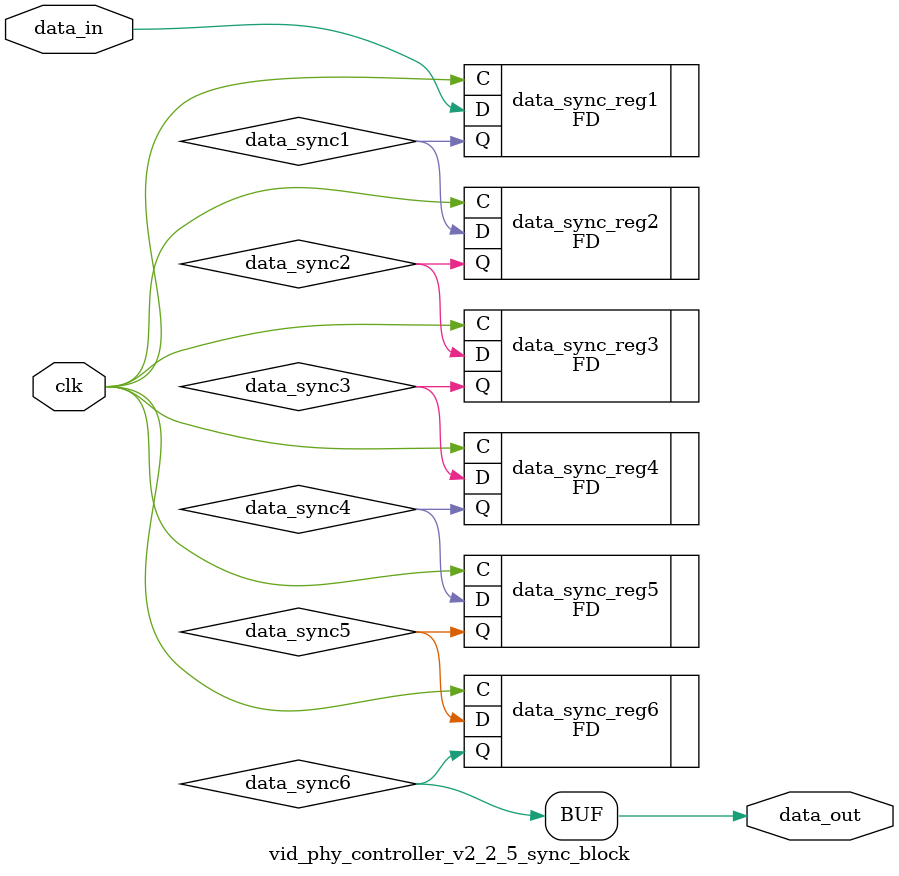
<source format=v>




`timescale 1ps / 1ps

//(* dont_touch = "yes" *)
module vid_phy_controller_v2_2_5_sync_block
  #(
  parameter INITIALISE = 6'b000000
)
(
  input        clk,              // clock to be sync'ed to
  input        data_in,          // Data to be 'synced'
  output       data_out          // synced data
);

  // Internal Signals
  wire data_sync1;
  wire data_sync2;
  wire data_sync3;
  wire data_sync4;
  wire data_sync5;
  wire data_sync6;


  (* shreg_extract = "no", ASYNC_REG = "TRUE" *)
  FD #(
    .INIT (INITIALISE[0])
  ) data_sync_reg1 (
    .C  (clk),
    .D  (data_in),
    .Q  (data_sync1)
  );


  (* shreg_extract = "no", ASYNC_REG = "TRUE" *)
  FD #(
   .INIT (INITIALISE[1])
  ) data_sync_reg2 (
  .C  (clk),
  .D  (data_sync1),
  .Q  (data_sync2)
  );


  (* shreg_extract = "no", ASYNC_REG = "TRUE" *)
  FD #(
   .INIT (INITIALISE[2])
  ) data_sync_reg3 (
  .C  (clk),
  .D  (data_sync2),
  .Q  (data_sync3)
  );

  (* shreg_extract = "no", ASYNC_REG = "TRUE" *)
  FD #(
   .INIT (INITIALISE[3])
  ) data_sync_reg4 (
  .C  (clk),
  .D  (data_sync3),
  .Q  (data_sync4)
  );

  (* shreg_extract = "no", ASYNC_REG = "TRUE" *)
  FD #(
   .INIT (INITIALISE[4])
  ) data_sync_reg5 (
  .C  (clk),
  .D  (data_sync4),
  .Q  (data_sync5)
  );

  (* shreg_extract = "no", ASYNC_REG = "TRUE" *)
  FD #(
   .INIT (INITIALISE[5])
  ) data_sync_reg6 (
  .C  (clk),
  .D  (data_sync5),
  .Q  (data_sync6)
  );
  assign data_out = data_sync6;



endmodule

</source>
